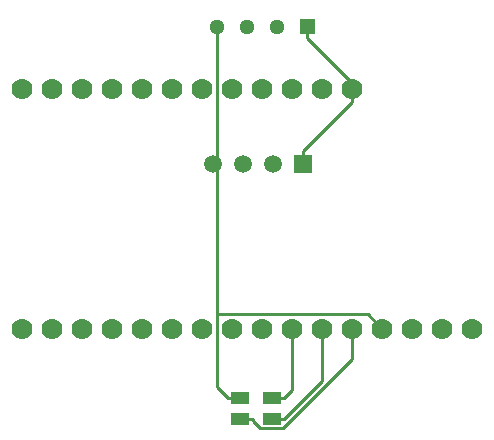
<source format=gbl>
G04 Layer: BottomLayer*
G04 EasyEDA v6.5.5, 2022-05-19 09:40:35*
G04 cccee4e8604c442182ae7a2f59335eea,d4d611e81e4947998488be7877915955,10*
G04 Gerber Generator version 0.2*
G04 Scale: 100 percent, Rotated: No, Reflected: No *
G04 Dimensions in millimeters *
G04 leading zeros omitted , absolute positions ,4 integer and 5 decimal *
%FSLAX45Y45*%
%MOMM*%

%ADD10C,0.2540*%
%ADD11C,1.7780*%
%ADD12R,1.5080X1.5080*%
%ADD13C,1.5080*%
%ADD15C,1.2954*%

%LPD*%
D10*
X5435602Y3365497D02*
G01*
X5435602Y3468824D01*
X5854702Y4000497D02*
G01*
X5854702Y3887924D01*
X5435602Y3468824D01*
X5473702Y4433872D02*
G01*
X5854702Y4052872D01*
X5854702Y4000497D01*
X5473702Y4526556D02*
G01*
X5473702Y4433872D01*
X4673602Y3365497D02*
G01*
X4711702Y3403597D01*
X4711702Y4526556D01*
X4711727Y2092017D02*
G01*
X4711727Y3327372D01*
X4673602Y3365497D01*
X4803167Y1384297D02*
G01*
X4711727Y1475737D01*
X4711727Y2092017D01*
X4711727Y2092017D02*
G01*
X5985182Y2092017D01*
X6108702Y1968497D01*
X4907282Y1384297D02*
G01*
X4803167Y1384297D01*
X4907282Y1206497D02*
G01*
X5011397Y1206497D01*
X5854702Y1968497D02*
G01*
X5854702Y1712567D01*
X5269740Y1127605D01*
X5070604Y1127605D01*
X5011397Y1186812D01*
X5011397Y1206497D01*
X5176522Y1206497D02*
G01*
X5280637Y1206497D01*
X5600702Y1968497D02*
G01*
X5600702Y1526562D01*
X5280637Y1206497D01*
X5176522Y1384297D02*
G01*
X5280637Y1384297D01*
X5346702Y1968497D02*
G01*
X5346702Y1450362D01*
X5280637Y1384297D01*
G36*
X4831079Y1435100D02*
G01*
X4831079Y1333500D01*
X4983479Y1333500D01*
X4983479Y1435100D01*
G37*
G36*
X4831079Y1257300D02*
G01*
X4831079Y1155700D01*
X4983479Y1155700D01*
X4983479Y1257300D01*
G37*
G36*
X5100320Y1257300D02*
G01*
X5100320Y1155700D01*
X5252720Y1155700D01*
X5252720Y1257300D01*
G37*
G36*
X5100320Y1435100D02*
G01*
X5100320Y1333500D01*
X5252720Y1333500D01*
X5252720Y1435100D01*
G37*
D11*
G01*
X5854700Y4000500D03*
G01*
X5600700Y4000500D03*
G01*
X5346700Y4000500D03*
G01*
X5092700Y4000500D03*
G01*
X4838700Y4000500D03*
G01*
X4584700Y4000500D03*
G01*
X4330700Y4000500D03*
G01*
X4076700Y4000500D03*
G01*
X3822700Y4000500D03*
G01*
X3568700Y4000500D03*
G01*
X3314700Y4000500D03*
G01*
X3060700Y4000500D03*
G01*
X5854700Y1968500D03*
G01*
X5600700Y1968500D03*
G01*
X5346700Y1968500D03*
G01*
X5092700Y1968500D03*
G01*
X4838700Y1968500D03*
G01*
X4584700Y1968500D03*
G01*
X4330700Y1968500D03*
G01*
X4076700Y1968500D03*
G01*
X3822700Y1968500D03*
G01*
X3568700Y1968500D03*
G01*
X3314700Y1968500D03*
G01*
X3060700Y1968500D03*
G01*
X6108700Y1968500D03*
G01*
X6362700Y1968500D03*
G01*
X6616700Y1968500D03*
G01*
X6870700Y1968500D03*
D12*
G01*
X5435600Y3365500D03*
D13*
G01*
X5181600Y3365500D03*
G01*
X4927600Y3365500D03*
G01*
X4673600Y3365500D03*
G36*
X5408929Y4591334D02*
G01*
X5538470Y4591334D01*
X5538470Y4461794D01*
X5408929Y4461794D01*
G37*
D15*
G01*
X5219700Y4526559D03*
G01*
X4965700Y4526559D03*
G01*
X4711700Y4526559D03*
M02*

</source>
